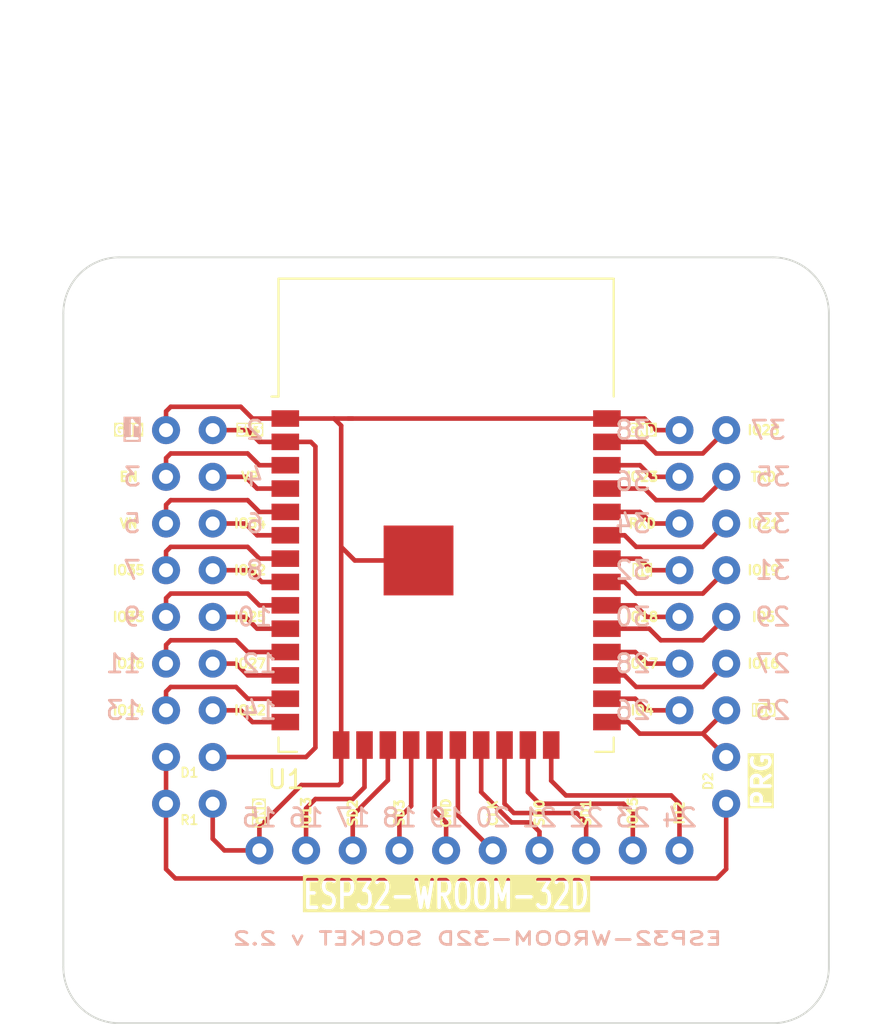
<source format=kicad_pcb>
(kicad_pcb (version 20221018) (generator pcbnew)
  (layers (0 "F.Cu" signal) (31 "B.Cu" signal) (34 "B.Paste" user) (35 "F.Paste" user) (36 "B.SilkS" user "B.Silkscreen") (37 "F.SilkS" user "F.Silkscreen") (38 "B.Mask" user) (39 "F.Mask" user) (44 "Edge.Cuts" user))
  (net 0 "")
  (net 1 "GND")
  (net 2 "+3V3")
  (net 3 "unconnected-(U1-EN-Pad3)")
  (net 4 "unconnected-(U1-SENSOR_VP-Pad4)")
  (net 5 "unconnected-(U1-SENSOR_VN-Pad5)")
  (net 6 "unconnected-(U1-IO34-Pad6)")
  (net 7 "unconnected-(U1-IO35-Pad7)")
  (net 8 "unconnected-(U1-IO32-Pad8)")
  (net 9 "unconnected-(U1-IO33-Pad9)")
  (net 10 "unconnected-(U1-IO25-Pad10)")
  (net 11 "unconnected-(U1-IO26-Pad11)")
  (net 12 "unconnected-(U1-IO27-Pad12)")
  (net 13 "unconnected-(U1-IO14-Pad13)")
  (net 14 "unconnected-(U1-IO12-Pad14)")
  (net 15 "unconnected-(U1-IO13-Pad16)")
  (net 16 "unconnected-(U1-SHD{slash}SD2-Pad17)")
  (net 17 "unconnected-(U1-SWP{slash}SD3-Pad18)")
  (net 18 "unconnected-(U1-SCS{slash}CMD-Pad19)")
  (net 19 "unconnected-(U1-SCK{slash}CLK-Pad20)")
  (net 20 "unconnected-(U1-SDO{slash}SD0-Pad21)")
  (net 21 "unconnected-(U1-SDI{slash}SD1-Pad22)")
  (net 22 "unconnected-(U1-IO15-Pad23)")
  (net 23 "unconnected-(U1-IO2-Pad24)")
  (net 24 "unconnected-(U1-IO4-Pad26)")
  (net 25 "unconnected-(U1-IO16-Pad27)")
  (net 26 "unconnected-(U1-IO17-Pad28)")
  (net 27 "unconnected-(U1-IO5-Pad29)")
  (net 28 "unconnected-(U1-IO18-Pad30)")
  (net 29 "unconnected-(U1-IO19-Pad31)")
  (net 30 "unconnected-(U1-NC-Pad32)")
  (net 31 "unconnected-(U1-IO21-Pad33)")
  (net 32 "unconnected-(U1-RXD0{slash}IO3-Pad34)")
  (net 33 "unconnected-(U1-TXD0{slash}IO1-Pad35)")
  (net 34 "unconnected-(U1-IO22-Pad36)")
  (net 35 "unconnected-(U1-IO23-Pad37)")
  (net 36 "Net-(D1-K)")
  (net 37 "Net-(D2-A)")
  (footprint "Alexander Footprints Library:R_2.5mm" (layer "F.Cu") (at 147.32 104.14)
    (fp_text reference "R1" (at -1.27 -1.651 unlocked) (layer "F.SilkS") (effects (font (size 0.5 0.5) (thickness 0.1))))
    (fp_text value "R")
    (pad "1" thru_hole circle (at -2.54 -2.54) (size 1.524 1.524) (drill 0.762) (layers "*.Cu" "*.Mask") (net 36 "Net-(D1-K)"))
    (pad "2" thru_hole circle (at 0 -2.54) (size 1.524 1.524) (drill 0.762) (layers "*.Cu" "*.Mask") (net 1 "GND"))
  )
  (footprint "Alexander Footprints Library:LED_2.5mm" (layer "F.Cu") (at 177.8 99.06 90)
    (fp_text reference "D2" (at -0.762 -3.2258 90 unlocked) (layer "F.SilkS") (effects (font (size 0.5 0.5) (thickness 0.1)) (justify right bottom)))
    (fp_text value "LED")
    (pad "1" thru_hole circle (at -2.54 -2.54 90) (size 1.524 1.524) (drill 0.762) (layers "*.Cu" "*.Mask") (net 36 "Net-(D1-K)"))
    (pad "2" thru_hole circle (at 0 -2.54 90) (size 1.524 1.524) (drill 0.762) (layers "*.Cu" "*.Mask") (net 37 "Net-(D2-A)"))
  )
  (footprint "MountingHole:MountingHole_2.2mm_M2" (layer "F.Cu") (at 142.24 74.93)
    (fp_text reference "H1" hide)
    (fp_text value "MountingHole_Pad_MP" hide)
    (pad "" np_thru_hole circle (at 0 0) (size 2.2 2.2) (drill 2.2) (layers "*.Cu" "*.Mask"))
  )
  (footprint "MountingHole:MountingHole_2.2mm_M2" (layer "F.Cu") (at 142.24 110.49)
    (fp_text reference "H3" hide)
    (fp_text value "MountingHole_Pad_MP" hide)
    (pad "" np_thru_hole circle (at 0 0) (size 2.2 2.2) (drill 2.2) (layers "*.Cu" "*.Mask"))
  )
  (footprint "MountingHole:MountingHole_2.2mm_M2" (layer "F.Cu") (at 177.8 110.49)
    (fp_text reference "H4" hide)
    (fp_text value "MountingHole_Pad_MP" hide)
    (pad "" np_thru_hole circle (at 0 0) (size 2.2 2.2) (drill 2.2) (layers "*.Cu" "*.Mask"))
  )
  (footprint "Alexander Footprints Library:LED_2.5mm" (layer "F.Cu") (at 147.32 109.22)
    (fp_text reference "D1" (at -1.27 -9.017 unlocked) (layer "F.SilkS") (effects (font (size 0.5 0.5) (thickness 0.1)) (justify bottom)))
    (fp_text value "LED")
    (pad "1" thru_hole circle (at -2.54 -10.16) (size 1.524 1.524) (drill 0.762) (layers "*.Cu" "*.Mask") (net 36 "Net-(D1-K)"))
    (pad "2" thru_hole circle (at 0 -10.16) (size 1.524 1.524) (drill 0.762) (layers "*.Cu" "*.Mask") (net 2 "+3V3"))
  )
  (footprint "MountingHole:MountingHole_2.2mm_M2" (layer "F.Cu") (at 177.8 74.93)
    (fp_text reference "H2" hide)
    (fp_text value "MountingHole_Pad_MP" hide)
    (pad "" np_thru_hole circle (at 0 0) (size 2.2 2.2) (drill 2.2) (layers "*.Cu" "*.Mask"))
  )
  (footprint "Alexander Footprints Library:ESP32-WROOM-Adapter-2" (layer "F.Cu") (at 160.02 88.9)
    (fp_text reference "U1" (at -7.62 10.795) (layer "F.SilkS") (effects (justify right top)))
    (fp_text value "ESP32-WROOM-32D")
    (fp_text user "ESP32-WROOM-32D" (at 0 17.653 unlocked) (layer "F.SilkS" knockout) (effects (font (size 1.5 1) (thickness 0.2) bold)))
    (fp_line (start -9.12 -15.86) (end -9.12 -9.445) (stroke (width 0.12)) (layer "F.SilkS"))
    (fp_line (start -9.12 -15.86) (end 9.12 -15.86) (stroke (width 0.12)) (layer "F.SilkS"))
    (fp_line (start -9.12 -9.445) (end -9.5 -9.445) (stroke (width 0.12)) (layer "F.SilkS"))
    (fp_line (start -9.12 9.1) (end -9.12 9.88) (stroke (width 0.12)) (layer "F.SilkS"))
    (fp_line (start -9.12 9.88) (end -8.12 9.88) (stroke (width 0.12)) (layer "F.SilkS"))
    (fp_line (start 9.12 -15.86) (end 9.12 -9.445) (stroke (width 0.12)) (layer "F.SilkS"))
    (fp_line (start 9.12 9.1) (end 9.12 9.88) (stroke (width 0.12)) (layer "F.SilkS"))
    (fp_line (start 9.12 9.88) (end 8.12 9.88) (stroke (width 0.12)) (layer "F.SilkS"))
    (pad "1" thru_hole circle (at -15.24 -7.62) (size 1.524 1.524) (drill 0.762) (layers "*.Cu" "*.Mask") (net 1 "GND"))
    (pad "1" smd rect (at -8.75 -8.25) (size 1.5 0.9) (layers "F.Cu" "F.Paste" "F.Mask") (net 1 "GND"))
    (pad "2" thru_hole circle (at -12.7 -7.62) (size 1.524 1.524) (drill 0.762) (layers "*.Cu" "*.Mask") (net 2 "+3V3"))
    (pad "2" smd rect (at -8.75 -6.98) (size 1.5 0.9) (layers "F.Cu" "F.Paste" "F.Mask") (net 2 "+3V3"))
    (pad "3" thru_hole circle (at -15.24 -5.08) (size 1.524 1.524) (drill 0.762) (layers "*.Cu" "*.Mask") (net 3 "unconnected-(U1-EN-Pad3)"))
    (pad "3" smd rect (at -8.75 -5.71) (size 1.5 0.9) (layers "F.Cu" "F.Paste" "F.Mask") (net 3 "unconnected-(U1-EN-Pad3)"))
    (pad "4" thru_hole circle (at -12.7 -5.08) (size 1.524 1.524) (drill 0.762) (layers "*.Cu" "*.Mask") (net 4 "unconnected-(U1-SENSOR_VP-Pad4)"))
    (pad "4" smd rect (at -8.75 -4.44) (size 1.5 0.9) (layers "F.Cu" "F.Paste" "F.Mask") (net 4 "unconnected-(U1-SENSOR_VP-Pad4)"))
    (pad "5" thru_hole circle (at -15.24 -2.54) (size 1.524 1.524) (drill 0.762) (layers "*.Cu" "*.Mask") (net 5 "unconnected-(U1-SENSOR_VN-Pad5)"))
    (pad "5" smd rect (at -8.75 -3.17) (size 1.5 0.9) (layers "F.Cu" "F.Paste" "F.Mask") (net 5 "unconnected-(U1-SENSOR_VN-Pad5)"))
    (pad "6" thru_hole circle (at -12.7 -2.54) (size 1.524 1.524) (drill 0.762) (layers "*.Cu" "*.Mask") (net 6 "unconnected-(U1-IO34-Pad6)"))
    (pad "6" smd rect (at -8.75 -1.9) (size 1.5 0.9) (layers "F.Cu" "F.Paste" "F.Mask") (net 6 "unconnected-(U1-IO34-Pad6)"))
    (pad "7" thru_hole circle (at -15.24 0) (size 1.524 1.524) (drill 0.762) (layers "*.Cu" "*.Mask") (net 7 "unconnected-(U1-IO35-Pad7)"))
    (pad "7" smd rect (at -8.75 -0.63) (size 1.5 0.9) (layers "F.Cu" "F.Paste" "F.Mask") (net 7 "unconnected-(U1-IO35-Pad7)"))
    (pad "8" thru_hole circle (at -12.7 0) (size 1.524 1.524) (drill 0.762) (layers "*.Cu" "*.Mask") (net 8 "unconnected-(U1-IO32-Pad8)"))
    (pad "8" smd rect (at -8.75 0.64) (size 1.5 0.9) (layers "F.Cu" "F.Paste" "F.Mask") (net 8 "unconnected-(U1-IO32-Pad8)"))
    (pad "9" thru_hole circle (at -15.24 2.54) (size 1.524 1.524) (drill 0.762) (layers "*.Cu" "*.Mask") (net 9 "unconnected-(U1-IO33-Pad9)"))
    (pad "9" smd rect (at -8.75 1.91) (size 1.5 0.9) (layers "F.Cu" "F.Paste" "F.Mask") (net 9 "unconnected-(U1-IO33-Pad9)"))
    (pad "10" thru_hole circle (at -12.7 2.54) (size 1.524 1.524) (drill 0.762) (layers "*.Cu" "*.Mask") (net 10 "unconnected-(U1-IO25-Pad10)"))
    (pad "10" smd rect (at -8.75 3.18) (size 1.5 0.9) (layers "F.Cu" "F.Paste" "F.Mask") (net 10 "unconnected-(U1-IO25-Pad10)"))
    (pad "11" thru_hole circle (at -15.24 5.08) (size 1.524 1.524) (drill 0.762) (layers "*.Cu" "*.Mask") (net 11 "unconnected-(U1-IO26-Pad11)"))
    (pad "11" smd rect (at -8.75 4.45) (size 1.5 0.9) (layers "F.Cu" "F.Paste" "F.Mask") (net 11 "unconnected-(U1-IO26-Pad11)"))
    (pad "12" thru_hole circle (at -12.7 5.08) (size 1.524 1.524) (drill 0.762) (layers "*.Cu" "*.Mask") (net 12 "unconnected-(U1-IO27-Pad12)"))
    (pad "12" smd rect (at -8.75 5.72) (size 1.5 0.9) (layers "F.Cu" "F.Paste" "F.Mask") (net 12 "unconnected-(U1-IO27-Pad12)"))
    (pad "13" thru_hole circle (at -15.24 7.62) (size 1.524 1.524) (drill 0.762) (layers "*.Cu" "*.Mask") (net 13 "unconnected-(U1-IO14-Pad13)"))
    (pad "13" smd rect (at -8.75 6.99) (size 1.5 0.9) (layers "F.Cu" "F.Paste" "F.Mask") (net 13 "unconnected-(U1-IO14-Pad13)"))
    (pad "14" thru_hole circle (at -12.7 7.62) (size 1.524 1.524) (drill 0.762) (layers "*.Cu" "*.Mask") (net 14 "unconnected-(U1-IO12-Pad14)"))
    (pad "14" smd rect (at -8.75 8.26) (size 1.5 0.9) (layers "F.Cu" "F.Paste" "F.Mask") (net 14 "unconnected-(U1-IO12-Pad14)"))
    (pad "15" thru_hole circle (at -10.16 15.24 90) (size 1.524 1.524) (drill 0.762) (layers "*.Cu" "*.Mask") (net 1 "GND"))
    (pad "15" smd rect (at -5.71 9.51 90) (size 1.5 0.9) (layers "F.Cu" "F.Paste" "F.Mask") (net 1 "GND"))
    (pad "16" thru_hole circle (at -7.62 15.24 90) (size 1.524 1.524) (drill 0.762) (layers "*.Cu" "*.Mask") (net 15 "unconnected-(U1-IO13-Pad16)"))
    (pad "16" smd rect (at -4.44 9.51 90) (size 1.5 0.9) (layers "F.Cu" "F.Paste" "F.Mask") (net 15 "unconnected-(U1-IO13-Pad16)"))
    (pad "17" thru_hole circle (at -5.08 15.24 90) (size 1.524 1.524) (drill 0.762) (layers "*.Cu" "*.Mask") (net 16 "unconnected-(U1-SHD{slash}SD2-Pad17)"))
    (pad "17" smd rect (at -3.17 9.51 90) (size 1.5 0.9) (layers "F.Cu" "F.Paste" "F.Mask") (net 16 "unconnected-(U1-SHD{slash}SD2-Pad17)"))
    (pad "18" thru_hole circle (at -2.54 15.24 90) (size 1.524 1.524) (drill 0.762) (layers "*.Cu" "*.Mask") (net 17 "unconnected-(U1-SWP{slash}SD3-Pad18)"))
    (pad "18" smd rect (at -1.9 9.51 90) (size 1.5 0.9) (layers "F.Cu" "F.Paste" "F.Mask") (net 17 "unconnected-(U1-SWP{slash}SD3-Pad18)"))
    (pad "19" smd rect (at -0.63 9.51 90) (size 1.5 0.9) (layers "F.Cu" "F.Paste" "F.Mask") (net 18 "unconnected-(U1-SCS{slash}CMD-Pad19)"))
    (pad "19" thru_hole circle (at 0 15.24 90) (size 1.524 1.524) (drill 0.762) (layers "*.Cu" "*.Mask") (net 18 "unconnected-(U1-SCS{slash}CMD-Pad19)"))
    (pad "20" smd rect (at 0.64 9.51 90) (size 1.5 0.9) (layers "F.Cu" "F.Paste" "F.Mask") (net 19 "unconnected-(U1-SCK{slash}CLK-Pad20)"))
    (pad "20" thru_hole circle (at 2.54 15.24 90) (size 1.524 1.524) (drill 0.762) (layers "*.Cu" "*.Mask") (net 19 "unconnected-(U1-SCK{slash}CLK-Pad20)"))
    (pad "21" smd rect (at 1.91 9.51 90) (size 1.5 0.9) (layers "F.Cu" "F.Paste" "F.Mask") (net 20 "unconnected-(U1-SDO{slash}SD0-Pad21)"))
    (pad "21" thru_hole circle (at 5.08 15.24 90) (size 1.524 1.524) (drill 0.762) (layers "*.Cu" "*.Mask") (net 20 "unconnected-(U1-SDO{slash}SD0-Pad21)"))
    (pad "22" smd rect (at 3.18 9.51 90) (size 1.5 0.9) (layers "F.Cu" "F.Paste" "F.Mask") (net 21 "unconnected-(U1-SDI{slash}SD1-Pad22)"))
    (pad "22" thru_hole circle (at 7.62 15.24 90) (size 1.524 1.524) (drill 0.762) (layers "*.Cu" "*.Mask") (net 21 "unconnected-(U1-SDI{slash}SD1-Pad22)"))
    (pad "23" smd rect (at 4.45 9.51 90) (size 1.5 0.9) (layers "F.Cu" "F.Paste" "F.Mask") (net 22 "unconnected-(U1-IO15-Pad23)"))
    (pad "23" thru_hole circle (at 10.16 15.24 90) (size 1.524 1.524) (drill 0.762) (layers "*.Cu" "*.Mask") (net 22 "unconnected-(U1-IO15-Pad23)"))
    (pad "24" smd rect (at 5.72 9.51 90) (size 1.5 0.9) (layers "F.Cu" "F.Paste" "F.Mask") (net 23 "unconnected-(U1-IO2-Pad24)"))
    (pad "24" thru_hole circle (at 12.7 15.24 90) (size 1.524 1.524) (drill 0.762) (layers "*.Cu" "*.Mask") (net 23 "unconnected-(U1-IO2-Pad24)"))
    (pad "25" smd rect (at 8.75 8.26) (size 1.5 0.9) (layers "F.Cu" "F.Paste" "F.Mask") (net 37 "Net-(D2-A)"))
    (pad "25" thru_hole circle (at 15.24 7.62) (size 1.524 1.524) (drill 0.762) (layers "*.Cu" "*.Mask") (net 37 "Net-(D2-A)"))
    (pad "26" smd rect (at 8.75 6.99) (size 1.5 0.9) (layers "F.Cu" "F.Paste" "F.Mask") (net 24 "unconnected-(U1-IO4-Pad26)"))
    (pad "26" thru_hole circle (at 12.7 7.62) (size 1.524 1.524) (drill 0.762) (layers "*.Cu" "*.Mask") (net 24 "unconnected-(U1-IO4-Pad26)"))
    (pad "27" smd rect (at 8.75 5.72) (size 1.5 0.9) (layers "F.Cu" "F.Paste" "F.Mask") (net 25 "unconnected-(U1-IO16-Pad27)"))
    (pad "27" thru_hole circle (at 15.24 5.08) (size 1.524 1.524) (drill 0.762) (layers "*.Cu" "*.Mask") (net 25 "unconnected-(U1-IO16-Pad27)"))
    (pad "28" smd rect (at 8.75 4.45) (size 1.5 0.9) (layers "F.Cu" "F.Paste" "F.Mask") (net 26 "unconnected-(U1-IO17-Pad28)"))
    (pad "28" thru_hole circle (at 12.7 5.08) (size 1.524 1.524) (drill 0.762) (layers "*.Cu" "*.Mask") (net 26 "unconnected-(U1-IO17-Pad28)"))
    (pad "29" smd rect (at 8.75 3.18) (size 1.5 0.9) (layers "F.Cu" "F.Paste" "F.Mask") (net 27 "unconnected-(U1-IO5-Pad29)"))
    (pad "29" thru_hole circle (at 15.24 2.54) (size 1.524 1.524) (drill 0.762) (layers "*.Cu" "*.Mask") (net 27 "unconnected-(U1-IO5-Pad29)"))
    (pad "30" smd rect (at 8.75 1.91) (size 1.5 0.9) (layers "F.Cu" "F.Paste" "F.Mask") (net 28 "unconnected-(U1-IO18-Pad30)"))
    (pad "30" thru_hole circle (at 12.7 2.54) (size 1.524 1.524) (drill 0.762) (layers "*.Cu" "*.Mask") (net 28 "unconnected-(U1-IO18-Pad30)"))
    (pad "31" smd rect (at 8.75 0.64) (size 1.5 0.9) (layers "F.Cu" "F.Paste" "F.Mask") (net 29 "unconnected-(U1-IO19-Pad31)"))
    (pad "31" thru_hole circle (at 15.24 0) (size 1.524 1.524) (drill 0.762) (layers "*.Cu" "*.Mask") (net 29 "unconnected-(U1-IO19-Pad31)"))
    (pad "32" smd rect (at 8.75 -0.63) (size 1.5 0.9) (layers "F.Cu" "F.Paste" "F.Mask") (net 30 "unconnected-(U1-NC-Pad32)"))
    (pad "32" thru_hole circle (at 12.7 0) (size 1.524 1.524) (drill 0.762) (layers "*.Cu" "*.Mask") (net 30 "unconnected-(U1-NC-Pad32)"))
    (pad "33" smd rect (at 8.75 -1.9) (size 1.5 0.9) (layers "F.Cu" "F.Paste" "F.Mask") (net 31 "unconnected-(U1-IO21-Pad33)"))
    (pad "33" thru_hole circle (at 15.24 -2.54) (size 1.524 1.524) (drill 0.762) (layers "*.Cu" "*.Mask") (net 31 "unconnected-(U1-IO21-Pad33)"))
    (pad "34" smd rect (at 8.75 -3.17) (size 1.5 0.9) (layers "F.Cu" "F.Paste" "F.Mask") (net 32 "unconnected-(U1-RXD0{slash}IO3-Pad34)"))
    (pad "34" thru_hole circle (at 12.7 -2.54) (size 1.524 1.524) (drill 0.762) (layers "*.Cu" "*.Mask") (net 32 "unconnected-(U1-RXD0{slash}IO3-Pad34)"))
    (pad "35" smd rect (at 8.75 -4.44) (size 1.5 0.9) (layers "F.Cu" "F.Paste" "F.Mask") (net 33 "unconnected-(U1-TXD0{slash}IO1-Pad35)"))
    (pad "35" thru_hole circle (at 15.24 -5.08) (size 1.524 1.524) (drill 0.762) (layers "*.Cu" "*.Mask") (net 33 "unconnected-(U1-TXD0{slash}IO1-Pad35)"))
    (pad "36" smd rect (at 8.75 -5.71) (size 1.5 0.9) (layers "F.Cu" "F.Paste" "F.Mask") (net 34 "unconnected-(U1-IO22-Pad36)"))
    (pad "36" thru_hole circle (at 12.7 -5.08) (size 1.524 1.524) (drill 0.762) (layers "*.Cu" "*.Mask") (net 34 "unconnected-(U1-IO22-Pad36)"))
    (pad "37" smd rect (at 8.75 -6.98) (size 1.5 0.9) (layers "F.Cu" "F.Paste" "F.Mask") (net 35 "unconnected-(U1-IO23-Pad37)"))
    (pad "37" thru_hole circle (at 15.24 -7.62) (size 1.524 1.524) (drill 0.762) (layers "*.Cu" "*.Mask") (net 35 "unconnected-(U1-IO23-Pad37)"))
    (pad "38" smd rect (at 8.75 -8.25) (size 1.5 0.9) (layers "F.Cu" "F.Paste" "F.Mask") (net 1 "GND"))
    (pad "38" thru_hole circle (at 12.7 -7.62) (size 1.524 1.524) (drill 0.762) (layers "*.Cu" "*.Mask") (net 1 "GND"))
    (pad "39" smd rect (at -1.5 -0.53) (size 3.8 3.8) (layers "F.Cu" "F.Mask") (net 1 "GND"))
  )
  (gr_line (start 177.8 113.538) (end 142.24 113.538) (stroke (width 0.1)) (layer "Edge.Cuts"))
  (gr_arc (start 177.8 71.882) (mid 179.955261 72.774739) (end 180.848 74.93) (stroke (width 0.1)) (layer "Edge.Cuts"))
  (gr_arc (start 139.192 74.93) (mid 140.084739 72.774739) (end 142.24 71.882) (stroke (width 0.1)) (layer "Edge.Cuts"))
  (gr_arc (start 142.24 113.538) (mid 140.084739 112.645261) (end 139.192 110.49) (stroke (width 0.1)) (layer "Edge.Cuts"))
  (gr_arc (start 180.848 110.49) (mid 179.955261 112.645261) (end 177.8 113.538) (stroke (width 0.1)) (layer "Edge.Cuts"))
  (gr_line (start 139.192 74.93) (end 139.192 110.49) (stroke (width 0.1)) (layer "Edge.Cuts"))
  (gr_line (start 177.8 71.882) (end 142.24 71.882) (stroke (width 0.1)) (layer "Edge.Cuts"))
  (gr_line (start 180.848 110.49) (end 180.848 74.93) (stroke (width 0.1)) (layer "Edge.Cuts"))
  (gr_text "26" (at 170.18 96.52) (layer "B.SilkS") (effects (font (size 1 1)) (justify mirror)))
  (gr_text "14" (at 149.86 96.52) (layer "B.SilkS") (effects (font (size 1 1)) (justify mirror)))
  (gr_text "18" (at 157.48 102.362) (layer "B.SilkS") (effects (font (size 1 1)) (justify mirror)))
  (gr_text "13" (at 143.51 96.52) (layer "B.SilkS") (effects (font (size 1 1)) (justify left mirror)))
  (gr_text "15" (at 149.86 102.362) (layer "B.SilkS") (effects (font (size 1 1)) (justify mirror)))
  (gr_text "24" (at 172.72 102.362) (layer "B.SilkS") (effects (font (size 1 1)) (justify mirror)))
  (gr_text "6" (at 149.606 86.36) (layer "B.SilkS") (effects (font (size 1 1)) (justify mirror)))
  (gr_text "7" (at 143.51 88.9) (layer "B.SilkS") (effects (font (size 1 1)) (justify left mirror)))
  (gr_text "28" (at 170.18 93.98) (layer "B.SilkS") (effects (font (size 1 1)) (justify mirror)))
  (gr_text "33" (at 177.8 86.36) (layer "B.SilkS") (effects (font (size 1 1)) (justify mirror)))
  (gr_text "19" (at 160.02 102.362) (layer "B.SilkS") (effects (font (size 1 1)) (justify mirror)))
  (gr_text "5" (at 143.51 86.36) (layer "B.SilkS") (effects (font (size 1 1)) (justify left mirror)))
  (gr_text "31" (at 177.8 88.9) (layer "B.SilkS") (effects (font (size 1 1)) (justify mirror)))
  (gr_text "10" (at 149.606 91.44) (layer "B.SilkS") (effects (font (size 1 1)) (justify mirror)))
  (gr_text "16" (at 152.4 102.362) (layer "B.SilkS") (effects (font (size 1 1)) (justify mirror)))
  (gr_text "3" (at 143.51 83.82) (layer "B.SilkS") (effects (font (size 1 1)) (justify left mirror)))
  (gr_text "32" (at 170.18 88.9) (layer "B.SilkS") (effects (font (size 1 1)) (justify mirror)))
  (gr_text "22" (at 167.64 102.362) (layer "B.SilkS") (effects (font (size 1 1)) (justify mirror)))
  (gr_text "27" (at 177.8 93.98) (layer "B.SilkS") (effects (font (size 1 1)) (justify mirror)))
  (gr_text "4" (at 149.606 83.82) (layer "B.SilkS") (effects (font (size 1 1)) (justify mirror)))
  (gr_text "25" (at 177.8 96.52) (layer "B.SilkS") (effects (font (size 1 1)) (justify mirror)))
  (gr_text "8" (at 149.606 88.9) (layer "B.SilkS") (effects (font (size 1 1)) (justify mirror)))
  (gr_text "17" (at 154.94 102.362) (layer "B.SilkS") (effects (font (size 1 1)) (justify mirror)))
  (gr_text "36" (at 170.18 84.074) (layer "B.SilkS") (effects (font (size 1 1)) (justify mirror)))
  (gr_text "37" (at 177.546 81.28) (layer "B.SilkS") (effects (font (size 1 1)) (justify mirror)))
  (gr_text "23\n" (at 170.18 102.362) (layer "B.SilkS") (effects (font (size 1 1)) (justify mirror)))
  (gr_text "29" (at 177.8 91.44) (layer "B.SilkS") (effects (font (size 1 1)) (justify mirror)))
  (gr_text "35" (at 177.8 83.82) (layer "B.SilkS") (effects (font (size 1 1)) (justify mirror)))
  (gr_text "30" (at 170.18 91.44) (layer "B.SilkS") (effects (font (size 1 1)) (justify mirror)))
  (gr_text "9" (at 143.51 91.44) (layer "B.SilkS") (effects (font (size 1 1)) (justify left mirror)))
  (gr_text "11" (at 143.51 93.98) (layer "B.SilkS") (effects (font (size 1 1)) (justify left mirror)))
  (gr_text "34" (at 170.18 86.36) (layer "B.SilkS") (effects (font (size 1 1)) (justify mirror)))
  (gr_text "2" (at 149.606 81.28) (layer "B.SilkS") (effects (font (size 1 1)) (justify mirror)))
  (gr_text "20" (at 162.56 102.362) (layer "B.SilkS") (effects (font (size 1 1)) (justify mirror)))
  (gr_text "12" (at 149.86 93.98) (layer "B.SilkS") (effects (font (size 1 1)) (justify mirror)))
  (gr_text "21" (at 165.1 102.362) (layer "B.SilkS") (effects (font (size 1 1)) (justify mirror)))
  (gr_text "1" (at 143.51 81.28) (layer "B.SilkS" knockout) (effects (font (size 1 1)) (justify left mirror)))
  (gr_text "38" (at 170.18 81.28) (layer "B.SilkS") (effects (font (size 1 1)) (justify mirror)))
  (gr_text "ESP32-WROOM-32D SOCKET v 2.2" (at 175.133 109.347) (layer "B.SilkS") (effects (font (size 0.7 1)) (justify left bottom mirror)))
  (gr_text "RXD" (at 170.688 86.36) (layer "F.SilkS") (effects (font (size 0.5 0.5) (thickness 0.125))))
  (gr_text "CMD" (at 160.02 102.108 90) (layer "F.SilkS") (effects (font (size 0.5 0.5) (thickness 0.125))))
  (gr_text "IO23" (at 170.688 83.82) (layer "F.SilkS") (effects (font (size 0.5 0.5) (thickness 0.125))))
  (gr_text "SD2" (at 154.94 102.108 90) (layer "F.SilkS") (effects (font (size 0.5 0.5) (thickness 0.125))))
  (gr_text "CLK" (at 162.56 102.108 90) (layer "F.SilkS") (effects (font (size 0.5 0.5) (thickness 0.125))))
  (gr_text "IO18" (at 170.688 91.44) (layer "F.SilkS") (effects (font (size 0.5 0.5) (thickness 0.125))))
  (gr_text "IO13" (at 152.4 102.108 90) (layer "F.SilkS") (effects (font (size 0.5 0.5) (thickness 0.125))))
  (gr_text "SD0" (at 165.1 102.108 90) (layer "F.SilkS") (effects (font (size 0.5 0.5) (thickness 0.125))))
  (gr_text "IO35" (at 142.748 88.9) (layer "F.SilkS") (effects (font (size 0.5 0.5) (thickness 0.125))))
  (gr_text "IO4" (at 170.688 96.52) (layer "F.SilkS") (effects (font (size 0.5 0.5) (thickness 0.125))))
  (gr_text "IO14" (at 142.748 96.52) (layer "F.SilkS") (effects (font (size 0.5 0.5) (thickness 0.125))))
  (gr_text "IO15" (at 170.18 102.108 90) (layer "F.SilkS") (effects (font (size 0.5 0.5) (thickness 0.125))))
  (gr_text "PRG" (at 177.7746 102.0064 90) (layer "F.SilkS" knockout) (effects (font (size 1 1) (thickness 0.2) bold) (justify left bottom)))
  (gr_text "IO5" (at 177.292 91.44) (layer "F.SilkS") (effects (font (size 0.5 0.5) (thickness 0.125))))
  (gr_text "VN" (at 142.748 86.36) (layer "F.SilkS") (effects (font (size 0.5 0.5) (thickness 0.125))))
  (gr_text "IO25" (at 149.352 91.44) (layer "F.SilkS") (effects (font (size 0.5 0.5) (thickness 0.125))))
  (gr_text "SD1" (at 167.64 102.108 90) (layer "F.SilkS") (effects (font (size 0.5 0.5) (thickness 0.125))))
  (gr_text "IO12" (at 149.352 96.52) (layer "F.SilkS") (effects (font (size 0.5 0.5) (thickness 0.125))))
  (gr_text "3V3" (at 149.352 81.28) (layer "F.SilkS" knockout) (effects (font (size 0.5 0.5) (thickness 0.125))))
  (gr_text "IO26" (at 142.748 93.98) (layer "F.SilkS") (effects (font (size 0.5 0.5) (thickness 0.125))))
  (gr_text "VP" (at 149.352 83.82) (layer "F.SilkS") (effects (font (size 0.5 0.5) (thickness 0.125))))
  (gr_text "GND" (at 142.748 81.28) (layer "F.SilkS" knockout) (effects (font (size 0.5 0.5) (thickness 0.125))))
  (gr_text "IO34" (at 149.352 86.36) (layer "F.SilkS") (effects (font (size 0.5 0.5) (thickness 0.125))))
  (gr_text "IO23" (at 177.292 81.28) (layer "F.SilkS") (effects (font (size 0.5 0.5) (thickness 0.125))))
  (gr_text "IO16" (at 177.292 93.98) (layer "F.SilkS") (effects (font (size 0.5 0.5) (thickness 0.125))))
  (gr_text "IO17" (at 170.688 93.98) (layer "F.SilkS") (effects (font (size 0.5 0.5) (thickness 0.125))))
  (gr_text "IO0" (at 177.292 96.52) (layer "F.SilkS" knockout) (effects (font (size 0.5 0.5) (thickness 0.125))))
  (gr_text "TXD" (at 177.292 83.82) (layer "F.SilkS") (effects (font (size 0.5 0.5) (thickness 0.125))))
  (gr_text "SD3" (at 157.48 102.108 90) (layer "F.SilkS") (effects (font (size 0.5 0.5) (thickness 0.125))))
  (gr_text "EN" (at 142.748 83.82) (layer "F.SilkS") (effects (font (size 0.5 0.5) (thickness 0.125))))
  (gr_text "IO19" (at 177.292 88.9) (layer "F.SilkS") (effects (font (size 0.5 0.5) (thickness 0.125))))
  (gr_text "IO32" (at 149.352 88.9) (layer "F.SilkS") (effects (font (size 0.5 0.5) (thickness 0.125))))
  (gr_text "GND" (at 170.688 81.28) (layer "F.SilkS" knockout) (effects (font (size 0.5 0.5) (thickness 0.125))))
  (gr_text "IO27" (at 149.352 93.98) (layer "F.SilkS") (effects (font (size 0.5 0.5) (thickness 0.125))))
  (gr_text "GND" (at 149.86 102.108 90) (layer "F.SilkS" knockout) (effects (font (size 0.5 0.5) (thickness 0.125))))
  (gr_text "IO21" (at 177.292 86.36) (layer "F.SilkS") (effects (font (size 0.5 0.5) (thickness 0.125))))
  (gr_text "IO33" (at 142.748 91.44) (layer "F.SilkS") (effects (font (size 0.5 0.5) (thickness 0.125))))
  (gr_text "NC" (at 170.688 88.9) (layer "F.SilkS" knockout) (effects (font (size 0.5 0.5) (thickness 0.125))))
  (gr_text "IO2" (at 172.72 102.108 90) (layer "F.SilkS") (effects (font (size 0.5 0.5) (thickness 0.125))))
  (segment (start 153.924 80.65) (end 154.94 80.65) (width 0.25) (layer "F.Cu") (net 1))
  (segment (start 151.27 80.65) (end 153.924 80.65) (width 0.25) (layer "F.Cu") (net 1))
  (segment (start 155.05 88.37) (end 154.31 87.63) (width 0.25) (layer "F.Cu") (net 1))
  (segment (start 154.178 100.584) (end 152.146 100.584) (width 0.25) (layer "F.Cu") (net 1))
  (segment (start 154.31 100.452) (end 154.178 100.584) (width 0.25) (layer "F.Cu") (net 1))
  (segment (start 149.86 102.87) (end 149.86 104.14) (width 0.25) (layer "F.Cu") (net 1))
  (segment (start 147.32 103.505) (end 147.955 104.14) (width 0.25) (layer "F.Cu") (net 1))
  (segment (start 151.27 80.65) (end 149.487251 80.65) (width 0.25) (layer "F.Cu") (net 1))
  (segment (start 154.686 80.65) (end 168.77 80.65) (width 0.25) (layer "F.Cu") (net 1))
  (segment (start 154.31 81.036) (end 153.924 80.65) (width 0.25) (layer "F.Cu") (net 1))
  (segment (start 154.31 98.41) (end 154.31 87.63) (width 0.25) (layer "F.Cu") (net 1))
  (segment (start 158.52 88.37) (end 155.05 88.37) (width 0.25) (layer "F.Cu") (net 1))
  (segment (start 147.32 101.6) (end 147.32 103.505) (width 0.25) (layer "F.Cu") (net 1))
  (segment (start 171.45 81.28) (end 172.72 81.28) (width 0.25) (layer "F.Cu") (net 1))
  (segment (start 144.78 80.264) (end 144.78 81.28) (width 0.25) (layer "F.Cu") (net 1))
  (segment (start 147.955 104.14) (end 149.86 104.14) (width 0.25) (layer "F.Cu") (net 1))
  (segment (start 154.31 98.41) (end 154.31 100.452) (width 0.25) (layer "F.Cu") (net 1))
  (segment (start 170.82 80.65) (end 171.45 81.28) (width 0.25) (layer "F.Cu") (net 1))
  (segment (start 145.034 80.01) (end 144.78 80.264) (width 0.25) (layer "F.Cu") (net 1))
  (segment (start 149.487251 80.65) (end 148.847251 80.01) (width 0.25) (layer "F.Cu") (net 1))
  (segment (start 148.847251 80.01) (end 145.034 80.01) (width 0.25) (layer "F.Cu") (net 1))
  (segment (start 152.146 100.584) (end 149.86 102.87) (width 0.25) (layer "F.Cu") (net 1))
  (segment (start 154.31 87.63) (end 154.31 81.036) (width 0.25) (layer "F.Cu") (net 1))
  (segment (start 168.77 80.65) (end 170.82 80.65) (width 0.25) (layer "F.Cu") (net 1))
  (segment (start 152.908 82.169) (end 152.659 81.92) (width 0.25) (layer "F.Cu") (net 2))
  (segment (start 147.32 99.06) (end 152.4 99.06) (width 0.25) (layer "F.Cu") (net 2))
  (segment (start 152.659 81.92) (end 151.27 81.92) (width 0.25) (layer "F.Cu") (net 2))
  (segment (start 152.4 99.06) (end 152.908 98.552) (width 0.25) (layer "F.Cu") (net 2))
  (segment (start 149.22 81.28) (end 149.86 81.92) (width 0.25) (layer "F.Cu") (net 2))
  (segment (start 151.27 81.92) (end 149.86 81.92) (width 0.25) (layer "F.Cu") (net 2))
  (segment (start 147.32 81.28) (end 149.22 81.28) (width 0.25) (layer "F.Cu") (net 2))
  (segment (start 152.908 98.552) (end 152.908 82.169) (width 0.25) (layer "F.Cu") (net 2))
  (segment (start 145.034 82.55) (end 144.78 82.804) (width 0.25) (layer "F.Cu") (net 3))
  (segment (start 144.78 82.804) (end 144.78 83.82) (width 0.25) (layer "F.Cu") (net 3))
  (segment (start 151.27 83.19) (end 149.86 83.19) (width 0.25) (layer "F.Cu") (net 3))
  (segment (start 149.86 83.19) (end 149.22 82.55) (width 0.25) (layer "F.Cu") (net 3))
  (segment (start 149.22 82.55) (end 145.034 82.55) (width 0.25) (layer "F.Cu") (net 3))
  (segment (start 147.32 83.82) (end 149.098 83.82) (width 0.25) (layer "F.Cu") (net 4))
  (segment (start 149.098 83.82) (end 149.738 84.46) (width 0.25) (layer "F.Cu") (net 4))
  (segment (start 149.738 84.46) (end 151.27 84.46) (width 0.25) (layer "F.Cu") (net 4))
  (segment (start 149.86 85.73) (end 151.27 85.73) (width 0.25) (layer "F.Cu") (net 5))
  (segment (start 149.22 85.09) (end 149.86 85.73) (width 0.25) (layer "F.Cu") (net 5))
  (segment (start 144.78 85.344) (end 145.034 85.09) (width 0.25) (layer "F.Cu") (net 5))
  (segment (start 145.034 85.09) (end 149.22 85.09) (width 0.25) (layer "F.Cu") (net 5))
  (segment (start 144.78 86.36) (end 144.78 85.344) (width 0.25) (layer "F.Cu") (net 5))
  (segment (start 149.098 86.36) (end 147.32 86.36) (width 0.25) (layer "F.Cu") (net 6))
  (segment (start 149.738 87) (end 149.098 86.36) (width 0.25) (layer "F.Cu") (net 6))
  (segment (start 151.27 87) (end 149.738 87) (width 0.25) (layer "F.Cu") (net 6))
  (segment (start 144.78 88.9) (end 144.78 87.884) (width 0.25) (layer "F.Cu") (net 7))
  (segment (start 145.034 87.63) (end 149.22 87.63) (width 0.25) (layer "F.Cu") (net 7))
  (segment (start 144.78 87.884) (end 145.034 87.63) (width 0.25) (layer "F.Cu") (net 7))
  (segment (start 149.22 87.63) (end 149.86 88.27) (width 0.25) (layer "F.Cu") (net 7))
  (segment (start 149.86 88.27) (end 151.27 88.27) (width 0.25) (layer "F.Cu") (net 7))
  (segment (start 151.27 89.54) (end 149.992 89.54) (width 0.25) (layer "F.Cu") (net 8))
  (segment (start 149.352 88.9) (end 147.32 88.9) (width 0.25) (layer "F.Cu") (net 8))
  (segment (start 149.992 89.54) (end 149.352 88.9) (width 0.25) (layer "F.Cu") (net 8))
  (segment (start 145.034 90.17) (end 149.22 90.17) (width 0.25) (layer "F.Cu") (net 9))
  (segment (start 144.78 90.424) (end 145.034 90.17) (width 0.25) (layer "F.Cu") (net 9))
  (segment (start 144.78 91.44) (end 144.78 90.424) (width 0.25) (layer "F.Cu") (net 9))
  (segment (start 149.86 90.81) (end 151.27 90.81) (width 0.25) (layer "F.Cu") (net 9))
  (segment (start 149.22 90.17) (end 149.86 90.81) (width 0.25) (layer "F.Cu") (net 9))
  (segment (start 149.738 92.08) (end 149.098 91.44) (width 0.25) (layer "F.Cu") (net 10))
  (segment (start 151.27 92.08) (end 149.738 92.08) (width 0.25) (layer "F.Cu") (net 10))
  (segment (start 149.098 91.44) (end 147.32 91.44) (width 0.25) (layer "F.Cu") (net 10))
  (segment (start 148.59 92.71) (end 145.034 92.71) (width 0.25) (layer "F.Cu") (net 11))
  (segment (start 149.23 93.35) (end 148.59 92.71) (width 0.25) (layer "F.Cu") (net 11))
  (segment (start 145.034 92.71) (end 144.78 92.964) (width 0.25) (layer "F.Cu") (net 11))
  (segment (start 144.78 92.964) (end 144.78 93.98) (width 0.25) (layer "F.Cu") (net 11))
  (segment (start 151.27 93.35) (end 149.23 93.35) (width 0.25) (layer "F.Cu") (net 11))
  (segment (start 151.27 94.62) (end 149.23 94.62) (width 0.25) (layer "F.Cu") (net 12))
  (segment (start 148.59 93.98) (end 147.32 93.98) (width 0.25) (layer "F.Cu") (net 12))
  (segment (start 149.23 94.62) (end 148.59 93.98) (width 0.25) (layer "F.Cu") (net 12))
  (segment (start 144.78 96.52) (end 144.78 95.504) (width 0.25) (layer "F.Cu") (net 13))
  (segment (start 149.23 95.89) (end 151.27 95.89) (width 0.25) (layer "F.Cu") (net 13))
  (segment (start 148.59 95.25) (end 149.23 95.89) (width 0.25) (layer "F.Cu") (net 13))
  (segment (start 145.034 95.25) (end 148.59 95.25) (width 0.25) (layer "F.Cu") (net 13))
  (segment (start 144.78 95.504) (end 145.034 95.25) (width 0.25) (layer "F.Cu") (net 13))
  (segment (start 148.844 96.52) (end 147.32 96.52) (width 0.25) (layer "F.Cu") (net 14))
  (segment (start 149.484 97.16) (end 148.844 96.52) (width 0.25) (layer "F.Cu") (net 14))
  (segment (start 151.27 97.16) (end 149.484 97.16) (width 0.25) (layer "F.Cu") (net 14))
  (segment (start 154.94 101.346) (end 152.908 101.346) (width 0.25) (layer "F.Cu") (net 15))
  (segment (start 155.58 100.706) (end 154.94 101.346) (width 0.25) (layer "F.Cu") (net 15))
  (segment (start 152.908 101.346) (end 152.4 101.854) (width 0.25) (layer "F.Cu") (net 15))
  (segment (start 155.58 98.41) (end 155.58 100.706) (width 0.25) (layer "F.Cu") (net 15))
  (segment (start 152.4 101.854) (end 152.4 104.14) (width 0.25) (layer "F.Cu") (net 15))
  (segment (start 156.85 98.41) (end 156.85 100.326396) (width 0.25) (layer "F.Cu") (net 16))
  (segment (start 156.85 100.326396) (end 154.94 102.236396) (width 0.25) (layer "F.Cu") (net 16))
  (segment (start 154.94 102.236396) (end 154.94 104.14) (width 0.25) (layer "F.Cu") (net 16))
  (segment (start 158.12 98.41) (end 158.12 101.722) (width 0.25) (layer "F.Cu") (net 17))
  (segment (start 157.48 102.362) (end 157.48 104.14) (width 0.25) (layer "F.Cu") (net 17))
  (segment (start 158.12 101.722) (end 157.48 102.362) (width 0.25) (layer "F.Cu") (net 17))
  (segment (start 159.39 101.986) (end 160.02 102.616) (width 0.25) (layer "F.Cu") (net 18))
  (segment (start 159.39 98.41) (end 159.39 101.986) (width 0.25) (layer "F.Cu") (net 18))
  (segment (start 160.02 102.616) (end 160.02 104.14) (width 0.25) (layer "F.Cu") (net 18))
  (segment (start 160.66 98.41) (end 160.66 102.24) (width 0.25) (layer "F.Cu") (net 19))
  (segment (start 160.66 102.24) (end 162.56 104.14) (width 0.25) (layer "F.Cu") (net 19))
  (segment (start 165.1 103.124) (end 165.1 104.14) (width 0.25) (layer "F.Cu") (net 20))
  (segment (start 163.579604 102.616) (end 164.592 102.616) (width 0.25) (layer "F.Cu") (net 20))
  (segment (start 164.592 102.616) (end 165.1 103.124) (width 0.25) (layer "F.Cu") (net 20))
  (segment (start 161.93 100.966396) (end 163.579604 102.616) (width 0.25) (layer "F.Cu") (net 20))
  (segment (start 161.93 98.41) (end 161.93 100.966396) (width 0.25) (layer "F.Cu") (net 20))
  (segment (start 163.2 98.41) (end 163.2 101.6) (width 0.25) (layer "F.Cu") (net 21))
  (segment (start 167.132 102.108) (end 167.64 102.616) (width 0.25) (layer "F.Cu") (net 21))
  (segment (start 163.2 101.6) (end 163.708 102.108) (width 0.25) (layer "F.Cu") (net 21))
  (segment (start 167.64 102.616) (end 167.64 104.14) (width 0.25) (layer "F.Cu") (net 21))
  (segment (start 163.708 102.108) (end 167.132 102.108) (width 0.25) (layer "F.Cu") (net 21))
  (segment (start 164.47 100.97) (end 165.1 101.6) (width 0.25) (layer "F.Cu") (net 22))
  (segment (start 170.18 102.108) (end 170.18 104.14) (width 0.25) (layer "F.Cu") (net 22))
  (segment (start 165.1 101.6) (end 169.672 101.6) (width 0.25) (layer "F.Cu") (net 22))
  (segment (start 169.672 101.6) (end 170.18 102.108) (width 0.25) (layer "F.Cu") (net 22))
  (segment (start 164.47 98.41) (end 164.47 100.97) (width 0.25) (layer "F.Cu") (net 22))
  (segment (start 165.74 100.35) (end 166.54 101.15) (width 0.25) (layer "F.Cu") (net 23))
  (segment (start 165.74 98.41) (end 165.74 100.35) (width 0.25) (layer "F.Cu") (net 23))
  (segment (start 166.54 101.15) (end 172.27 101.15) (width 0.25) (layer "F.Cu") (net 23))
  (segment (start 172.27 101.15) (end 172.72 101.6) (width 0.25) (layer "F.Cu") (net 23))
  (segment (start 172.72 101.6) (end 172.72 104.14) (width 0.25) (layer "F.Cu") (net 23))
  (segment (start 170.942 96.52) (end 172.72 96.52) (width 0.25) (layer "F.Cu") (net 24))
  (segment (start 170.312 95.89) (end 170.942 96.52) (width 0.25) (layer "F.Cu") (net 24))
  (segment (start 168.77 95.89) (end 170.312 95.89) (width 0.25) (layer "F.Cu") (net 24))
  (segment (start 173.99 95.25) (end 175.26 93.98) (width 0.25) (layer "F.Cu") (net 25))
  (segment (start 169.733 94.62) (end 170.363 95.25) (width 0.25) (layer "F.Cu") (net 25))
  (segment (start 170.363 95.25) (end 173.99 95.25) (width 0.25) (layer "F.Cu") (net 25))
  (segment (start 168.77 94.62) (end 169.733 94.62) (width 0.25) (layer "F.Cu") (net 25))
  (segment (start 168.77 93.35) (end 170.312 93.35) (width 0.25) (layer "F.Cu") (net 26))
  (segment (start 170.942 93.98) (end 172.72 93.98) (width 0.25) (layer "F.Cu") (net 26))
  (segment (start 170.312 93.35) (end 170.942 93.98) (width 0.25) (layer "F.Cu") (net 26))
  (segment (start 171.074 92.08) (end 171.704 92.71) (width 0.25) (layer "F.Cu") (net 27))
  (segment (start 173.99 92.71) (end 175.26 91.44) (width 0.25) (layer "F.Cu") (net 27))
  (segment (start 168.77 92.08) (end 171.074 92.08) (width 0.25) (layer "F.Cu") (net 27))
  (segment (start 171.704 92.71) (end 173.99 92.71) (width 0.25) (layer "F.Cu") (net 27))
  (segment (start 170.942 91.44) (end 172.72 91.44) (width 0.25) (layer "F.Cu") (net 28))
  (segment (start 170.312 90.81) (end 170.942 91.44) (width 0.25) (layer "F.Cu") (net 28))
  (segment (start 168.77 90.81) (end 170.312 90.81) (width 0.25) (layer "F.Cu") (net 28))
  (segment (start 173.99 90.17) (end 175.26 88.9) (width 0.25) (layer "F.Cu") (net 29))
  (segment (start 168.77 89.54) (end 169.733 89.54) (width 0.25) (layer "F.Cu") (net 29))
  (segment (start 170.363 90.17) (end 173.99 90.17) (width 0.25) (layer "F.Cu") (net 29))
  (segment (start 169.733 89.54) (end 170.363 90.17) (width 0.25) (layer "F.Cu") (net 29))
  (segment (start 171.196 88.9) (end 172.72 88.9) (width 0.25) (layer "F.Cu") (net 30))
  (segment (start 168.77 88.27) (end 170.566 88.27) (width 0.25) (layer "F.Cu") (net 30))
  (segment (start 170.566 88.27) (end 171.196 88.9) (width 0.25) (layer "F.Cu") (net 30))
  (segment (start 170.363 87.63) (end 173.99 87.63) (width 0.25) (layer "F.Cu") (net 31))
  (segment (start 173.99 87.63) (end 175.26 86.36) (width 0.25) (layer "F.Cu") (net 31))
  (segment (start 168.77 87) (end 169.733 87) (width 0.25) (layer "F.Cu") (net 31))
  (segment (start 169.733 87) (end 170.363 87.63) (width 0.25) (layer "F.Cu") (net 31))
  (segment (start 168.77 85.73) (end 170.566 85.73) (width 0.25) (layer "F.Cu") (net 32))
  (segment (start 170.566 85.73) (end 171.196 86.36) (width 0.25) (layer "F.Cu") (net 32))
  (segment (start 171.196 86.36) (end 172.72 86.36) (width 0.25) (layer "F.Cu") (net 32))
  (segment (start 170.82 84.46) (end 171.45 85.09) (width 0.25) (layer "F.Cu") (net 33))
  (segment (start 173.99 85.09) (end 175.26 83.82) (width 0.25) (layer "F.Cu") (net 33))
  (segment (start 171.45 85.09) (end 173.99 85.09) (width 0.25) (layer "F.Cu") (net 33))
  (segment (start 168.77 84.46) (end 170.82 84.46) (width 0.25) (layer "F.Cu") (net 33))
  (segment (start 168.77 83.19) (end 170.566 83.19) (width 0.25) (layer "F.Cu") (net 34))
  (segment (start 170.566 83.19) (end 171.196 83.82) (width 0.25) (layer "F.Cu") (net 34))
  (segment (start 171.196 83.82) (end 172.72 83.82) (width 0.25) (layer "F.Cu") (net 34))
  (segment (start 173.99 82.55) (end 175.26 81.28) (width 0.25) (layer "F.Cu") (net 35))
  (segment (start 168.77 81.92) (end 170.82 81.92) (width 0.25) (layer "F.Cu") (net 35))
  (segment (start 170.82 81.92) (end 171.45 82.55) (width 0.25) (layer "F.Cu") (net 35))
  (segment (start 171.45 82.55) (end 173.99 82.55) (width 0.25) (layer "F.Cu") (net 35))
  (segment (start 144.78 99.06) (end 144.78 101.6) (width 0.25) (layer "F.Cu") (net 36))
  (segment (start 175.26 101.6) (end 175.26 105.156) (width 0.25) (layer "F.Cu") (net 36))
  (segment (start 145.288 105.664) (end 144.78 105.156) (width 0.25) (layer "F.Cu") (net 36))
  (segment (start 174.752 105.664) (end 145.288 105.664) (width 0.25) (layer "F.Cu") (net 36))
  (segment (start 175.26 105.156) (end 174.752 105.664) (width 0.25) (layer "F.Cu") (net 36))
  (segment (start 144.78 105.156) (end 144.78 101.6) (width 0.25) (layer "F.Cu") (net 36))
  (segment (start 168.77 97.16) (end 169.926 97.16) (width 0.25) (layer "F.Cu") (net 37))
  (segment (start 170.556 97.79) (end 173.99 97.79) (width 0.25) (layer "F.Cu") (net 37))
  (segment (start 169.926 97.16) (end 170.556 97.79) (width 0.25) (layer "F.Cu") (net 37))
  (segment (start 173.99 97.79) (end 175.26 96.52) (width 0.25) (layer "F.Cu") (net 37))
  (segment (start 175.26 99.06) (end 173.99 97.79) (width 0.25) (layer "F.Cu") (net 37))
)
</source>
